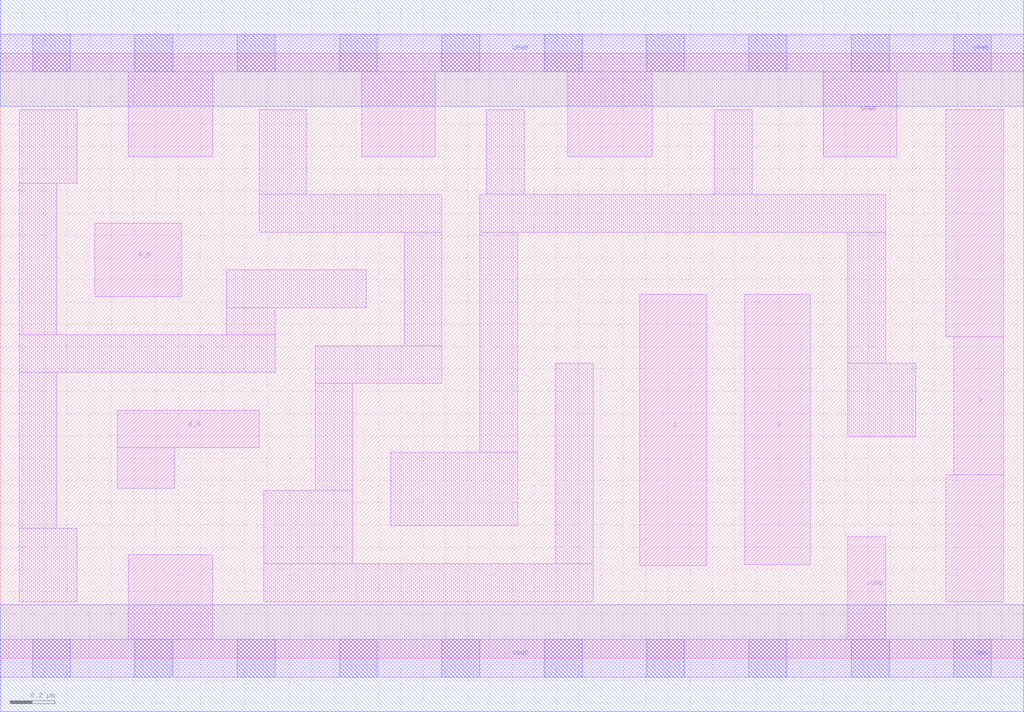
<source format=lef>
# Copyright 2020 The SkyWater PDK Authors
#
# Licensed under the Apache License, Version 2.0 (the "License");
# you may not use this file except in compliance with the License.
# You may obtain a copy of the License at
#
#     https://www.apache.org/licenses/LICENSE-2.0
#
# Unless required by applicable law or agreed to in writing, software
# distributed under the License is distributed on an "AS IS" BASIS,
# WITHOUT WARRANTIES OR CONDITIONS OF ANY KIND, either express or implied.
# See the License for the specific language governing permissions and
# limitations under the License.
#
# SPDX-License-Identifier: Apache-2.0

VERSION 5.7 ;
  NAMESCASESENSITIVE ON ;
  NOWIREEXTENSIONATPIN ON ;
  DIVIDERCHAR "/" ;
  BUSBITCHARS "[]" ;
UNITS
  DATABASE MICRONS 200 ;
END UNITS
PROPERTYDEFINITIONS
  MACRO maskLayoutSubType STRING ;
  MACRO prCellType STRING ;
  MACRO originalViewName STRING ;
END PROPERTYDEFINITIONS
MACRO sky130_fd_sc_hdll__and4bb_1
  CLASS CORE ;
  FOREIGN sky130_fd_sc_hdll__and4bb_1 ;
  ORIGIN  0.000000  0.000000 ;
  SIZE  4.600000 BY  2.720000 ;
  SYMMETRY X Y R90 ;
  SITE unithd ;
  PIN A_N
    ANTENNAGATEAREA  0.138600 ;
    DIRECTION INPUT ;
    USE SIGNAL ;
    PORT
      LAYER li1 ;
        RECT 0.425000 1.625000 0.815000 1.955000 ;
    END
  END A_N
  PIN B_N
    ANTENNAGATEAREA  0.138600 ;
    DIRECTION INPUT ;
    USE SIGNAL ;
    PORT
      LAYER li1 ;
        RECT 0.525000 0.765000 0.785000 0.945000 ;
        RECT 0.525000 0.945000 1.165000 1.115000 ;
    END
  END B_N
  PIN C
    ANTENNAGATEAREA  0.138600 ;
    DIRECTION INPUT ;
    USE SIGNAL ;
    PORT
      LAYER li1 ;
        RECT 2.875000 0.415000 3.175000 1.635000 ;
    END
  END C
  PIN D
    ANTENNAGATEAREA  0.138600 ;
    DIRECTION INPUT ;
    USE SIGNAL ;
    PORT
      LAYER li1 ;
        RECT 3.345000 0.420000 3.640000 1.635000 ;
    END
  END D
  PIN X
    ANTENNADIFFAREA  0.439000 ;
    DIRECTION OUTPUT ;
    USE SIGNAL ;
    PORT
      LAYER li1 ;
        RECT 4.250000 0.255000 4.510000 0.825000 ;
        RECT 4.250000 1.445000 4.510000 2.465000 ;
        RECT 4.285000 0.825000 4.510000 1.445000 ;
    END
  END X
  PIN VGND
    DIRECTION INOUT ;
    USE GROUND ;
    PORT
      LAYER li1 ;
        RECT 0.000000 -0.085000 4.600000 0.085000 ;
        RECT 0.575000  0.085000 0.955000 0.465000 ;
        RECT 3.810000  0.085000 3.980000 0.545000 ;
      LAYER mcon ;
        RECT 0.145000 -0.085000 0.315000 0.085000 ;
        RECT 0.605000 -0.085000 0.775000 0.085000 ;
        RECT 1.065000 -0.085000 1.235000 0.085000 ;
        RECT 1.525000 -0.085000 1.695000 0.085000 ;
        RECT 1.985000 -0.085000 2.155000 0.085000 ;
        RECT 2.445000 -0.085000 2.615000 0.085000 ;
        RECT 2.905000 -0.085000 3.075000 0.085000 ;
        RECT 3.365000 -0.085000 3.535000 0.085000 ;
        RECT 3.825000 -0.085000 3.995000 0.085000 ;
        RECT 4.285000 -0.085000 4.455000 0.085000 ;
      LAYER met1 ;
        RECT 0.000000 -0.240000 4.600000 0.240000 ;
    END
  END VGND
  PIN VPWR
    DIRECTION INOUT ;
    USE POWER ;
    PORT
      LAYER li1 ;
        RECT 0.000000 2.635000 4.600000 2.805000 ;
        RECT 0.575000 2.255000 0.955000 2.635000 ;
        RECT 1.625000 2.255000 1.955000 2.635000 ;
        RECT 2.550000 2.255000 2.930000 2.635000 ;
        RECT 3.700000 2.255000 4.030000 2.635000 ;
      LAYER mcon ;
        RECT 0.145000 2.635000 0.315000 2.805000 ;
        RECT 0.605000 2.635000 0.775000 2.805000 ;
        RECT 1.065000 2.635000 1.235000 2.805000 ;
        RECT 1.525000 2.635000 1.695000 2.805000 ;
        RECT 1.985000 2.635000 2.155000 2.805000 ;
        RECT 2.445000 2.635000 2.615000 2.805000 ;
        RECT 2.905000 2.635000 3.075000 2.805000 ;
        RECT 3.365000 2.635000 3.535000 2.805000 ;
        RECT 3.825000 2.635000 3.995000 2.805000 ;
        RECT 4.285000 2.635000 4.455000 2.805000 ;
      LAYER met1 ;
        RECT 0.000000 2.480000 4.600000 2.960000 ;
    END
  END VPWR
  OBS
    LAYER li1 ;
      RECT 0.085000 0.255000 0.345000 0.585000 ;
      RECT 0.085000 0.585000 0.255000 1.285000 ;
      RECT 0.085000 1.285000 1.235000 1.455000 ;
      RECT 0.085000 1.455000 0.255000 2.135000 ;
      RECT 0.085000 2.135000 0.345000 2.465000 ;
      RECT 1.015000 1.455000 1.235000 1.575000 ;
      RECT 1.015000 1.575000 1.645000 1.745000 ;
      RECT 1.165000 1.915000 1.985000 2.085000 ;
      RECT 1.165000 2.085000 1.375000 2.465000 ;
      RECT 1.185000 0.255000 2.665000 0.425000 ;
      RECT 1.185000 0.425000 1.585000 0.755000 ;
      RECT 1.415000 0.755000 1.585000 1.235000 ;
      RECT 1.415000 1.235000 1.985000 1.405000 ;
      RECT 1.755000 0.595000 2.325000 0.925000 ;
      RECT 1.815000 1.405000 1.985000 1.915000 ;
      RECT 2.155000 0.925000 2.325000 1.915000 ;
      RECT 2.155000 1.915000 3.980000 2.085000 ;
      RECT 2.185000 2.085000 2.355000 2.465000 ;
      RECT 2.495000 0.425000 2.665000 1.325000 ;
      RECT 3.210000 2.085000 3.380000 2.465000 ;
      RECT 3.810000 0.995000 4.115000 1.325000 ;
      RECT 3.810000 1.325000 3.980000 1.915000 ;
  END
  PROPERTY maskLayoutSubType "abstract" ;
  PROPERTY prCellType "standard" ;
  PROPERTY originalViewName "layout" ;
END sky130_fd_sc_hdll__and4bb_1

</source>
